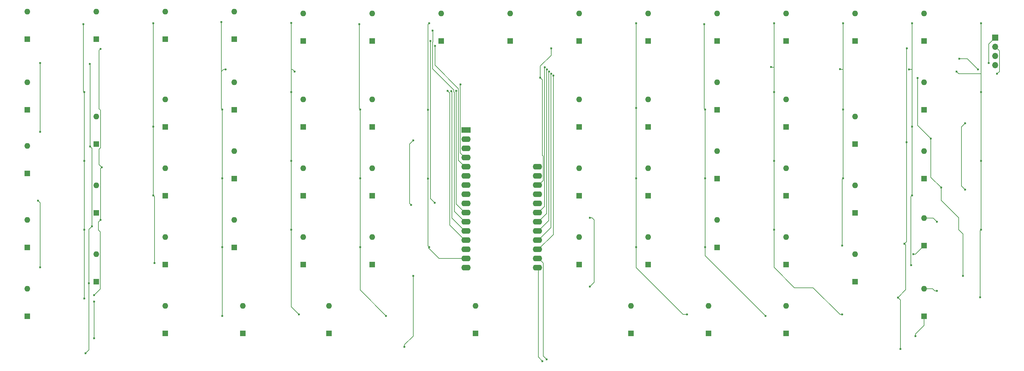
<source format=gbr>
%TF.GenerationSoftware,KiCad,Pcbnew,8.0.3*%
%TF.CreationDate,2024-11-08T10:21:23-08:00*%
%TF.ProjectId,return,72657475-726e-42e6-9b69-6361645f7063,rev?*%
%TF.SameCoordinates,Original*%
%TF.FileFunction,Copper,L1,Top*%
%TF.FilePolarity,Positive*%
%FSLAX46Y46*%
G04 Gerber Fmt 4.6, Leading zero omitted, Abs format (unit mm)*
G04 Created by KiCad (PCBNEW 8.0.3) date 2024-11-08 10:21:23*
%MOMM*%
%LPD*%
G01*
G04 APERTURE LIST*
G04 Aperture macros list*
%AMRoundRect*
0 Rectangle with rounded corners*
0 $1 Rounding radius*
0 $2 $3 $4 $5 $6 $7 $8 $9 X,Y pos of 4 corners*
0 Add a 4 corners polygon primitive as box body*
4,1,4,$2,$3,$4,$5,$6,$7,$8,$9,$2,$3,0*
0 Add four circle primitives for the rounded corners*
1,1,$1+$1,$2,$3*
1,1,$1+$1,$4,$5*
1,1,$1+$1,$6,$7*
1,1,$1+$1,$8,$9*
0 Add four rect primitives between the rounded corners*
20,1,$1+$1,$2,$3,$4,$5,0*
20,1,$1+$1,$4,$5,$6,$7,0*
20,1,$1+$1,$6,$7,$8,$9,0*
20,1,$1+$1,$8,$9,$2,$3,0*%
G04 Aperture macros list end*
%TA.AperFunction,ComponentPad*%
%ADD10R,1.700000X1.700000*%
%TD*%
%TA.AperFunction,ComponentPad*%
%ADD11O,1.700000X1.700000*%
%TD*%
%TA.AperFunction,ComponentPad*%
%ADD12RoundRect,0.250000X-1.050000X-0.550000X1.050000X-0.550000X1.050000X0.550000X-1.050000X0.550000X0*%
%TD*%
%TA.AperFunction,ComponentPad*%
%ADD13O,2.600000X1.600000*%
%TD*%
%TA.AperFunction,ComponentPad*%
%ADD14R,1.600000X1.600000*%
%TD*%
%TA.AperFunction,ComponentPad*%
%ADD15O,1.600000X1.600000*%
%TD*%
%TA.AperFunction,ViaPad*%
%ADD16C,0.600000*%
%TD*%
%TA.AperFunction,Conductor*%
%ADD17C,0.200000*%
%TD*%
G04 APERTURE END LIST*
D10*
%TO.P,J1,1,Pin_1*%
%TO.N,GND*%
X269682225Y-9644425D03*
D11*
%TO.P,J1,2,Pin_2*%
%TO.N,Net-(A1-SCL)*%
X269682225Y-12184425D03*
%TO.P,J1,3,Pin_3*%
%TO.N,Net-(A1-SDA)*%
X269682225Y-14724425D03*
%TO.P,J1,4,Pin_4*%
%TO.N,+5V*%
X269682225Y-17264425D03*
%TD*%
D12*
%TO.P,A1,1,~{RESET}*%
%TO.N,unconnected-(A1-~{RESET}-Pad1)*%
X123532275Y-35243400D03*
D13*
%TO.P,A1,2,3V3*%
%TO.N,unconnected-(A1-3V3-Pad2)*%
X123532275Y-37783400D03*
%TO.P,A1,3,AREF*%
%TO.N,unconnected-(A1-AREF-Pad3)*%
X123532275Y-40323400D03*
%TO.P,A1,4,GND*%
%TO.N,GND*%
X123532275Y-42863400D03*
%TO.P,A1,5,A0*%
%TO.N,ROW0*%
X123532275Y-45403400D03*
%TO.P,A1,6,A1*%
%TO.N,ROW1*%
X123532275Y-47943400D03*
%TO.P,A1,7,A2*%
%TO.N,ROW2*%
X123532275Y-50483400D03*
%TO.P,A1,8,A3*%
%TO.N,ROW3*%
X123532275Y-53023400D03*
%TO.P,A1,9,A4*%
%TO.N,ROW4*%
X123532275Y-55563400D03*
%TO.P,A1,10,A5*%
%TO.N,COL0*%
X123532275Y-58103400D03*
%TO.P,A1,11,SCK*%
%TO.N,COL1*%
X123532275Y-60643400D03*
%TO.P,A1,12,MOSI*%
%TO.N,COL2*%
X123532275Y-63183400D03*
%TO.P,A1,13,MISO*%
%TO.N,COL3*%
X123532275Y-65723400D03*
%TO.P,A1,14,RX*%
%TO.N,COL4*%
X123532275Y-68263400D03*
%TO.P,A1,15,TX*%
%TO.N,COL5*%
X123532275Y-70803400D03*
%TO.P,A1,16,SPARE*%
%TO.N,unconnected-(A1-SPARE-Pad16)*%
X123532275Y-73343400D03*
%TO.P,A1,17,SDA*%
%TO.N,Net-(A1-SDA)*%
X143252275Y-73343400D03*
%TO.P,A1,18,SCL*%
%TO.N,Net-(A1-SCL)*%
X143252275Y-70803400D03*
%TO.P,A1,19,D0*%
%TO.N,LED_DIN*%
X143252275Y-68263400D03*
%TO.P,A1,20,D1*%
%TO.N,COL11*%
X143252275Y-65723400D03*
%TO.P,A1,21,D2*%
%TO.N,COL10*%
X143252275Y-63183400D03*
%TO.P,A1,22,D3*%
%TO.N,COL9*%
X143252275Y-60643400D03*
%TO.P,A1,23,D4*%
%TO.N,COL8*%
X143252275Y-58103400D03*
%TO.P,A1,24,D5*%
%TO.N,COL7*%
X143252275Y-55563400D03*
%TO.P,A1,25,D6*%
%TO.N,COL6*%
X143252275Y-53023400D03*
%TO.P,A1,26,USB*%
%TO.N,+5V*%
X143252275Y-50483400D03*
%TO.P,A1,27,EN*%
%TO.N,unconnected-(A1-EN-Pad27)*%
X143252275Y-47943400D03*
%TO.P,A1,28,VBAT*%
%TO.N,unconnected-(A1-VBAT-Pad28)*%
X143252275Y-45403400D03*
%TD*%
D14*
%TO.P,D13,1,K*%
%TO.N,ROW0*%
X192881250Y-10597525D03*
D15*
%TO.P,D13,2,A*%
%TO.N,Net-(D13-A)*%
X192881250Y-2977525D03*
%TD*%
D14*
%TO.P,D2,1,K*%
%TO.N,ROW0*%
X21431250Y-10121275D03*
D15*
%TO.P,D2,2,A*%
%TO.N,Net-(D2-A)*%
X21431250Y-2501275D03*
%TD*%
D14*
%TO.P,D17,1,K*%
%TO.N,ROW1*%
X2381250Y-29647525D03*
D15*
%TO.P,D17,2,A*%
%TO.N,Net-(D17-A)*%
X2381250Y-22027525D03*
%TD*%
D14*
%TO.P,D42,1,K*%
%TO.N,ROW3*%
X154781250Y-72510025D03*
D15*
%TO.P,D42,2,A*%
%TO.N,Net-(D42-A)*%
X154781250Y-64890025D03*
%TD*%
D14*
%TO.P,D53,1,K*%
%TO.N,ROW2*%
X230981250Y-58222525D03*
D15*
%TO.P,D53,2,A*%
%TO.N,Net-(D53-A)*%
X230981250Y-50602525D03*
%TD*%
D14*
%TO.P,D23,1,K*%
%TO.N,ROW3*%
X250031250Y-67271275D03*
D15*
%TO.P,D23,2,A*%
%TO.N,Net-(D23-A)*%
X250031250Y-59651275D03*
%TD*%
D14*
%TO.P,D44,1,K*%
%TO.N,ROW2*%
X173831250Y-53460025D03*
D15*
%TO.P,D44,2,A*%
%TO.N,Net-(D44-A)*%
X173831250Y-45840025D03*
%TD*%
D14*
%TO.P,D26,1,K*%
%TO.N,ROW2*%
X21431250Y-58222525D03*
D15*
%TO.P,D26,2,A*%
%TO.N,Net-(D26-A)*%
X21431250Y-50602525D03*
%TD*%
D14*
%TO.P,D45,1,K*%
%TO.N,ROW3*%
X173831250Y-72510025D03*
D15*
%TO.P,D45,2,A*%
%TO.N,Net-(D45-A)*%
X173831250Y-64890025D03*
%TD*%
D14*
%TO.P,D34,1,K*%
%TO.N,ROW1*%
X78581250Y-34410025D03*
D15*
%TO.P,D34,2,A*%
%TO.N,Net-(D34-A)*%
X78581250Y-26790025D03*
%TD*%
D14*
%TO.P,D24,1,K*%
%TO.N,ROW4*%
X250031250Y-86797525D03*
D15*
%TO.P,D24,2,A*%
%TO.N,Net-(D24-A)*%
X250031250Y-79177525D03*
%TD*%
D14*
%TO.P,D28,1,K*%
%TO.N,ROW1*%
X40481250Y-34410025D03*
D15*
%TO.P,D28,2,A*%
%TO.N,Net-(D28-A)*%
X40481250Y-26790025D03*
%TD*%
D14*
%TO.P,D39,1,K*%
%TO.N,ROW3*%
X97631250Y-72510025D03*
D15*
%TO.P,D39,2,A*%
%TO.N,Net-(D39-A)*%
X97631250Y-64890025D03*
%TD*%
D14*
%TO.P,D41,1,K*%
%TO.N,ROW2*%
X154781250Y-53460025D03*
D15*
%TO.P,D41,2,A*%
%TO.N,Net-(D41-A)*%
X154781250Y-45840025D03*
%TD*%
D14*
%TO.P,D56,1,K*%
%TO.N,ROW4*%
X61912500Y-91560025D03*
D15*
%TO.P,D56,2,A*%
%TO.N,Net-(D56-A)*%
X61912500Y-83940025D03*
%TD*%
D14*
%TO.P,D7,1,K*%
%TO.N,ROW0*%
X78581250Y-10597525D03*
D15*
%TO.P,D7,2,A*%
%TO.N,Net-(D7-A)*%
X78581250Y-2977525D03*
%TD*%
D14*
%TO.P,D6,1,K*%
%TO.N,ROW0*%
X59531250Y-10121275D03*
D15*
%TO.P,D6,2,A*%
%TO.N,Net-(D6-A)*%
X59531250Y-2501275D03*
%TD*%
D14*
%TO.P,D37,1,K*%
%TO.N,ROW1*%
X97631250Y-34410025D03*
D15*
%TO.P,D37,2,A*%
%TO.N,Net-(D37-A)*%
X97631250Y-26790025D03*
%TD*%
D14*
%TO.P,D14,1,K*%
%TO.N,ROW0*%
X211931250Y-10597525D03*
D15*
%TO.P,D14,2,A*%
%TO.N,Net-(D14-A)*%
X211931250Y-2977525D03*
%TD*%
D14*
%TO.P,D38,1,K*%
%TO.N,ROW2*%
X97631250Y-53460025D03*
D15*
%TO.P,D38,2,A*%
%TO.N,Net-(D38-A)*%
X97631250Y-45840025D03*
%TD*%
D14*
%TO.P,D25,1,K*%
%TO.N,ROW1*%
X21431250Y-39172525D03*
D15*
%TO.P,D25,2,A*%
%TO.N,Net-(D25-A)*%
X21431250Y-31552525D03*
%TD*%
D14*
%TO.P,D59,1,K*%
%TO.N,ROW4*%
X169072450Y-91560025D03*
D15*
%TO.P,D59,2,A*%
%TO.N,Net-(D59-A)*%
X169072450Y-83940025D03*
%TD*%
D14*
%TO.P,D57,1,K*%
%TO.N,ROW4*%
X85725000Y-91560025D03*
D15*
%TO.P,D57,2,A*%
%TO.N,Net-(D57-A)*%
X85725000Y-83940025D03*
%TD*%
D14*
%TO.P,D5,1,K*%
%TO.N,ROW0*%
X40481250Y-10121275D03*
D15*
%TO.P,D5,2,A*%
%TO.N,Net-(D5-A)*%
X40481250Y-2501275D03*
%TD*%
D14*
%TO.P,D49,1,K*%
%TO.N,ROW1*%
X211931250Y-34410025D03*
D15*
%TO.P,D49,2,A*%
%TO.N,Net-(D49-A)*%
X211931250Y-26790025D03*
%TD*%
D14*
%TO.P,D54,1,K*%
%TO.N,ROW3*%
X230981250Y-77272525D03*
D15*
%TO.P,D54,2,A*%
%TO.N,Net-(D54-A)*%
X230981250Y-69652525D03*
%TD*%
D14*
%TO.P,D61,1,K*%
%TO.N,ROW4*%
X211931250Y-91560025D03*
D15*
%TO.P,D61,2,A*%
%TO.N,Net-(D61-A)*%
X211931250Y-83940025D03*
%TD*%
D14*
%TO.P,D40,1,K*%
%TO.N,ROW1*%
X154781250Y-34410025D03*
D15*
%TO.P,D40,2,A*%
%TO.N,Net-(D40-A)*%
X154781250Y-26790025D03*
%TD*%
D14*
%TO.P,D20,1,K*%
%TO.N,ROW4*%
X2381250Y-86797525D03*
D15*
%TO.P,D20,2,A*%
%TO.N,Net-(D20-A)*%
X2381250Y-79177525D03*
%TD*%
D14*
%TO.P,D11,1,K*%
%TO.N,ROW0*%
X154781250Y-10597525D03*
D15*
%TO.P,D11,2,A*%
%TO.N,Net-(D11-A)*%
X154781250Y-2977525D03*
%TD*%
D14*
%TO.P,D1,1,K*%
%TO.N,ROW0*%
X2380900Y-10121275D03*
D15*
%TO.P,D1,2,A*%
%TO.N,Net-(D1-A)*%
X2380900Y-2501275D03*
%TD*%
D14*
%TO.P,D19,1,K*%
%TO.N,ROW3*%
X2381250Y-67747525D03*
D15*
%TO.P,D19,2,A*%
%TO.N,Net-(D19-A)*%
X2381250Y-60127525D03*
%TD*%
D14*
%TO.P,D50,1,K*%
%TO.N,ROW2*%
X211931250Y-53460025D03*
D15*
%TO.P,D50,2,A*%
%TO.N,Net-(D50-A)*%
X211931250Y-45840025D03*
%TD*%
D14*
%TO.P,D9,1,K*%
%TO.N,ROW4*%
X116681250Y-10597525D03*
D15*
%TO.P,D9,2,A*%
%TO.N,Net-(D9-A)*%
X116681250Y-2977525D03*
%TD*%
D14*
%TO.P,D8,1,K*%
%TO.N,ROW0*%
X97631250Y-10597525D03*
D15*
%TO.P,D8,2,A*%
%TO.N,Net-(D8-A)*%
X97631250Y-2977525D03*
%TD*%
D14*
%TO.P,D27,1,K*%
%TO.N,ROW3*%
X21431250Y-77272525D03*
D15*
%TO.P,D27,2,A*%
%TO.N,Net-(D27-A)*%
X21431250Y-69652525D03*
%TD*%
D14*
%TO.P,D33,1,K*%
%TO.N,ROW3*%
X59531250Y-67747525D03*
D15*
%TO.P,D33,2,A*%
%TO.N,Net-(D33-A)*%
X59531250Y-60127525D03*
%TD*%
D14*
%TO.P,D30,1,K*%
%TO.N,ROW3*%
X40481250Y-72510025D03*
D15*
%TO.P,D30,2,A*%
%TO.N,Net-(D30-A)*%
X40481250Y-64890025D03*
%TD*%
D14*
%TO.P,D15,1,K*%
%TO.N,ROW0*%
X230981250Y-10597525D03*
D15*
%TO.P,D15,2,A*%
%TO.N,Net-(D15-A)*%
X230981250Y-2977525D03*
%TD*%
D14*
%TO.P,D52,1,K*%
%TO.N,ROW1*%
X230981250Y-39172525D03*
D15*
%TO.P,D52,2,A*%
%TO.N,Net-(D52-A)*%
X230981250Y-31552525D03*
%TD*%
D14*
%TO.P,D16,1,K*%
%TO.N,ROW0*%
X250031250Y-10597525D03*
D15*
%TO.P,D16,2,A*%
%TO.N,Net-(D16-A)*%
X250031250Y-2977525D03*
%TD*%
D14*
%TO.P,D31,1,K*%
%TO.N,ROW1*%
X59531250Y-29647525D03*
D15*
%TO.P,D31,2,A*%
%TO.N,Net-(D31-A)*%
X59531250Y-22027525D03*
%TD*%
D14*
%TO.P,D43,1,K*%
%TO.N,ROW1*%
X173831250Y-34410025D03*
D15*
%TO.P,D43,2,A*%
%TO.N,Net-(D43-A)*%
X173831250Y-26790025D03*
%TD*%
D14*
%TO.P,D36,1,K*%
%TO.N,ROW3*%
X78581250Y-72510025D03*
D15*
%TO.P,D36,2,A*%
%TO.N,Net-(D36-A)*%
X78581250Y-64890025D03*
%TD*%
D14*
%TO.P,D32,1,K*%
%TO.N,ROW2*%
X59531250Y-48697525D03*
D15*
%TO.P,D32,2,A*%
%TO.N,Net-(D32-A)*%
X59531250Y-41077525D03*
%TD*%
D14*
%TO.P,D35,1,K*%
%TO.N,ROW2*%
X78581250Y-53460025D03*
D15*
%TO.P,D35,2,A*%
%TO.N,Net-(D35-A)*%
X78581250Y-45840025D03*
%TD*%
D14*
%TO.P,D18,1,K*%
%TO.N,ROW2*%
X2381250Y-47268775D03*
D15*
%TO.P,D18,2,A*%
%TO.N,Net-(D18-A)*%
X2381250Y-39648775D03*
%TD*%
D14*
%TO.P,D47,1,K*%
%TO.N,ROW2*%
X192881250Y-48697525D03*
D15*
%TO.P,D47,2,A*%
%TO.N,Net-(D47-A)*%
X192881250Y-41077525D03*
%TD*%
D14*
%TO.P,D21,1,K*%
%TO.N,ROW1*%
X250031250Y-29647525D03*
D15*
%TO.P,D21,2,A*%
%TO.N,Net-(D21-A)*%
X250031250Y-22027525D03*
%TD*%
D14*
%TO.P,D10,1,K*%
%TO.N,ROW4*%
X135731250Y-10597525D03*
D15*
%TO.P,D10,2,A*%
%TO.N,Net-(D10-A)*%
X135731250Y-2977525D03*
%TD*%
D14*
%TO.P,D12,1,K*%
%TO.N,ROW0*%
X173831250Y-10597525D03*
D15*
%TO.P,D12,2,A*%
%TO.N,Net-(D12-A)*%
X173831250Y-2977525D03*
%TD*%
D14*
%TO.P,D29,1,K*%
%TO.N,ROW2*%
X40481250Y-53460025D03*
D15*
%TO.P,D29,2,A*%
%TO.N,Net-(D29-A)*%
X40481250Y-45840025D03*
%TD*%
D14*
%TO.P,D48,1,K*%
%TO.N,ROW3*%
X192881250Y-67747525D03*
D15*
%TO.P,D48,2,A*%
%TO.N,Net-(D48-A)*%
X192881250Y-60127525D03*
%TD*%
D14*
%TO.P,D55,1,K*%
%TO.N,ROW4*%
X40481250Y-91560025D03*
D15*
%TO.P,D55,2,A*%
%TO.N,Net-(D55-A)*%
X40481250Y-83940025D03*
%TD*%
D14*
%TO.P,D60,1,K*%
%TO.N,ROW4*%
X190503950Y-91561725D03*
D15*
%TO.P,D60,2,A*%
%TO.N,Net-(D60-A)*%
X190503950Y-83941725D03*
%TD*%
D14*
%TO.P,D46,1,K*%
%TO.N,ROW1*%
X192881250Y-29647525D03*
D15*
%TO.P,D46,2,A*%
%TO.N,Net-(D46-A)*%
X192881250Y-22027525D03*
%TD*%
D14*
%TO.P,D51,1,K*%
%TO.N,ROW3*%
X211931250Y-72510025D03*
D15*
%TO.P,D51,2,A*%
%TO.N,Net-(D51-A)*%
X211931250Y-64890025D03*
%TD*%
D14*
%TO.P,D58,1,K*%
%TO.N,ROW4*%
X126206250Y-91560025D03*
D15*
%TO.P,D58,2,A*%
%TO.N,Net-(D58-A)*%
X126206250Y-83940025D03*
%TD*%
D14*
%TO.P,D22,1,K*%
%TO.N,ROW2*%
X250031250Y-48697525D03*
D15*
%TO.P,D22,2,A*%
%TO.N,Net-(D22-A)*%
X250031250Y-41077525D03*
%TD*%
D16*
%TO.N,ROW0*%
X114952400Y-11961175D03*
%TO.N,ROW4*%
X114897725Y-55365225D03*
X247655200Y-92275375D03*
X113707075Y-10597525D03*
%TO.N,ROW3*%
X247059875Y-69653025D03*
%TO.N,Net-(D23-A)*%
X253600000Y-60675000D03*
%TO.N,Net-(D24-A)*%
X253608450Y-79773550D03*
%TO.N,GND*%
X264919625Y-18455075D03*
X122041625Y-22622350D03*
X251935070Y-37618070D03*
X259730400Y-15478450D03*
X19645725Y-16983125D03*
X18455075Y-97037975D03*
X248250525Y-20836375D03*
X19417268Y-77620707D03*
X19714930Y-39817570D03*
X260752350Y-75606275D03*
X267896250Y-16669100D03*
X20248063Y-61906787D03*
X254742748Y-51174296D03*
%TO.N,+5V*%
X244607925Y-66747050D03*
X20836375Y-80964200D03*
X22950400Y-45558725D03*
X245245211Y-38667436D03*
X245273900Y-12628450D03*
X20836375Y-82750175D03*
X22622350Y-12783125D03*
X22622350Y-60127825D03*
X147045275Y-12628450D03*
X20836375Y-92870700D03*
X242805512Y-81646613D03*
X144068650Y-20781700D03*
X243487925Y-95847325D03*
%TO.N,LED_DIN*%
X147640600Y-20186375D03*
%TO.N,/row1DOut*%
X5953250Y-35719500D03*
X5953250Y-16669100D03*
%TO.N,Net-(LED20-DOUT)*%
X108349150Y-55960550D03*
X108944475Y-38100800D03*
%TO.N,/row2DOut*%
X5357925Y-54769900D03*
X5953250Y-73224975D03*
%TO.N,Net-(LED34-DOUT)*%
X106563175Y-95252000D03*
X108944475Y-75606275D03*
%TO.N,Net-(LED53-DOUT)*%
X157761125Y-59532500D03*
X157761125Y-78582900D03*
%TO.N,Net-(LED60-DOUT)*%
X261347675Y-51793275D03*
X261347675Y-33338200D03*
%TO.N,COL0*%
X18100000Y-62875000D03*
X18100000Y-81925000D03*
X18100000Y-24775000D03*
X18100000Y-43825000D03*
X17859750Y-5953250D03*
X120796300Y-24408325D03*
%TO.N,COL1*%
X37150000Y-34300000D03*
X37150000Y-53350000D03*
X37150000Y-5725000D03*
X114302400Y-7739225D03*
X37505475Y-72034325D03*
%TO.N,COL2*%
X56200000Y-86687500D03*
X56200000Y-48587500D03*
X119496300Y-24454086D03*
X55960550Y-5357925D03*
X56200000Y-29537500D03*
X57151200Y-18455075D03*
X56200000Y-67637500D03*
%TO.N,COL3*%
X75250000Y-5596975D03*
X75250000Y-62875000D03*
X77392250Y-86322125D03*
X75250000Y-24775000D03*
X118469675Y-24408325D03*
X75250000Y-43825000D03*
X76201600Y-19050400D03*
%TO.N,COL4*%
X94061350Y-5953250D03*
X94300000Y-67637500D03*
X101443750Y-86687500D03*
X94300000Y-29537500D03*
X94300000Y-48587500D03*
%TO.N,COL5*%
X113057075Y-29636579D03*
X113057075Y-48686727D03*
X113350000Y-5725000D03*
X113350000Y-67637500D03*
%TO.N,COL10*%
X246700000Y-5725000D03*
X246700000Y-53350000D03*
X246700000Y-34300000D03*
X246464550Y-72629650D03*
X245869225Y-18455075D03*
X146449950Y-19050400D03*
%TO.N,COL6*%
X170500000Y-67637500D03*
X170500000Y-29170925D03*
X170500000Y-5725000D03*
X184550750Y-86322125D03*
X170500000Y-48587500D03*
%TO.N,COL7*%
X189550000Y-67637500D03*
X189550000Y-29537500D03*
X189313350Y-5953250D03*
X189550000Y-48587500D03*
X206222700Y-86689200D03*
%TO.N,COL8*%
X145259300Y-17859750D03*
X208600000Y-24775000D03*
X207768425Y-17805075D03*
X208600000Y-62875000D03*
X208600000Y-43825000D03*
X227414150Y-86322125D03*
X208600000Y-5725000D03*
%TO.N,COL9*%
X145854625Y-18455075D03*
X227650000Y-29537500D03*
X226818825Y-18400400D03*
X227414150Y-67271725D03*
X227650000Y-5725000D03*
X227650000Y-48587500D03*
%TO.N,COL11*%
X265750000Y-5725000D03*
X265514950Y-81559525D03*
X265750000Y-43825000D03*
X258966375Y-19050400D03*
X147045275Y-19645725D03*
X265750000Y-24775000D03*
X265750000Y-62875000D03*
%TO.N,Net-(A1-SCL)*%
X270218196Y-19645725D03*
X145793175Y-98762500D03*
%TO.N,Net-(A1-SDA)*%
X144663975Y-99212500D03*
%TD*%
D17*
%TO.N,ROW0*%
X121446300Y-43617425D02*
X121446300Y-23813000D01*
X123232275Y-45403400D02*
X121446300Y-43617425D01*
X114952400Y-17319100D02*
X114952400Y-11961175D01*
X121446300Y-23813000D02*
X114952400Y-17319100D01*
%TO.N,ROW4*%
X113707075Y-54174575D02*
X114897725Y-55365225D01*
X247655200Y-91680050D02*
X250031250Y-89304000D01*
X247655200Y-92275375D02*
X247655200Y-91680050D01*
X113707075Y-10597525D02*
X113707075Y-54174575D01*
X250031250Y-89304000D02*
X250031250Y-86797525D01*
%TO.N,ROW3*%
X247059875Y-69653025D02*
X247649500Y-69653025D01*
X247649500Y-69653025D02*
X250031250Y-67271275D01*
%TO.N,Net-(D23-A)*%
X250031250Y-59651275D02*
X252576275Y-59651275D01*
X252576275Y-59651275D02*
X253600000Y-60675000D01*
%TO.N,Net-(D24-A)*%
X252417100Y-79177525D02*
X250031250Y-79177525D01*
X253013125Y-79773550D02*
X252417100Y-79177525D01*
X253608450Y-79773550D02*
X253013125Y-79773550D01*
%TO.N,GND*%
X259561700Y-62877995D02*
X259561700Y-59532500D01*
X254742748Y-51174296D02*
X251935070Y-48366618D01*
X259561700Y-59532500D02*
X254742748Y-54713548D01*
X19714930Y-39817570D02*
X19714930Y-17052330D01*
X19714930Y-17052330D02*
X19645725Y-16983125D01*
X20248063Y-61906787D02*
X20248063Y-40350703D01*
X267896250Y-11430400D02*
X269682225Y-9644425D01*
X19417268Y-77620707D02*
X19417268Y-62737582D01*
X121932275Y-22731700D02*
X122041625Y-22622350D01*
X260752350Y-64068645D02*
X259561700Y-62877995D01*
X254742748Y-54713548D02*
X254742748Y-51174296D01*
X123232275Y-42863400D02*
X121932275Y-41563400D01*
X19417268Y-96075782D02*
X19417268Y-77620707D01*
X267896250Y-16669100D02*
X267896250Y-11430400D01*
X261943000Y-15478450D02*
X259730400Y-15478450D01*
X248250525Y-33933525D02*
X248250525Y-20836375D01*
X19417268Y-62737582D02*
X20248063Y-61906787D01*
X251935070Y-48366618D02*
X251935070Y-37618070D01*
X264919625Y-18455075D02*
X261943000Y-15478450D01*
X260752350Y-75606275D02*
X260752350Y-64068645D01*
X20248063Y-40350703D02*
X19714930Y-39817570D01*
X121932275Y-41563400D02*
X121932275Y-22731700D01*
X251935070Y-37618070D02*
X248250525Y-33933525D01*
X18455075Y-97037975D02*
X19417268Y-96075782D01*
%TO.N,+5V*%
X22622350Y-60127825D02*
X22622350Y-45886775D01*
X242805512Y-81646613D02*
X244975000Y-79477125D01*
X144852275Y-49183400D02*
X144852275Y-42456375D01*
X22027025Y-60723150D02*
X22622350Y-60127825D01*
X243487925Y-82329026D02*
X242805512Y-81646613D01*
X144663975Y-42268075D02*
X144663975Y-21377025D01*
X22027025Y-62911213D02*
X22027025Y-60723150D01*
X22225000Y-40578775D02*
X22622350Y-40181425D01*
X22531250Y-79269325D02*
X22531250Y-63415438D01*
X143552275Y-50483400D02*
X144852275Y-49183400D01*
X243487925Y-95847325D02*
X243487925Y-82329026D01*
X144852275Y-42456375D02*
X144663975Y-42268075D01*
X147045275Y-14609703D02*
X147045275Y-12628450D01*
X144068650Y-17586328D02*
X147045275Y-14609703D01*
X22950400Y-45558725D02*
X22225000Y-44833325D01*
X22531250Y-63415438D02*
X22027025Y-62911213D01*
X245245211Y-12657139D02*
X245273900Y-12628450D01*
X22225000Y-13180475D02*
X22622350Y-12783125D01*
X245245211Y-66109764D02*
X245245211Y-38667436D01*
X20836375Y-92870700D02*
X20836375Y-82750175D01*
X245245211Y-38667436D02*
X245245211Y-12657139D01*
X244607925Y-66747050D02*
X245245211Y-66109764D01*
X144663975Y-21377025D02*
X144068650Y-20781700D01*
X22622350Y-29766250D02*
X22225000Y-29368900D01*
X22225000Y-44833325D02*
X22225000Y-40578775D01*
X144068650Y-20781700D02*
X144068650Y-17586328D01*
X244975000Y-79477125D02*
X244975000Y-67114125D01*
X22622350Y-45886775D02*
X22950400Y-45558725D01*
X20836375Y-80964200D02*
X22531250Y-79269325D01*
X244975000Y-67114125D02*
X244607925Y-66747050D01*
X22225000Y-29368900D02*
X22225000Y-13180475D01*
X22622350Y-40181425D02*
X22622350Y-29766250D01*
%TO.N,LED_DIN*%
X147640600Y-64175075D02*
X147640600Y-20186375D01*
X143552275Y-68263400D02*
X147640600Y-64175075D01*
%TO.N,/row1DOut*%
X5953250Y-35719500D02*
X5953250Y-16669100D01*
%TO.N,Net-(LED20-DOUT)*%
X108349150Y-55960550D02*
X107925000Y-55536400D01*
X107925000Y-55536400D02*
X107925000Y-39120275D01*
X107925000Y-39120275D02*
X108944475Y-38100800D01*
%TO.N,/row2DOut*%
X5953250Y-73224975D02*
X5953250Y-55365225D01*
X5953250Y-55365225D02*
X5357925Y-54769900D01*
%TO.N,Net-(LED34-DOUT)*%
X108944475Y-92275375D02*
X108944475Y-75606275D01*
X106563175Y-95252000D02*
X106563175Y-94656675D01*
X106563175Y-94656675D02*
X108944475Y-92275375D01*
%TO.N,Net-(LED53-DOUT)*%
X158356450Y-59532500D02*
X157761125Y-59532500D01*
X158951775Y-77392250D02*
X158951775Y-60127825D01*
X158951775Y-60127825D02*
X158356450Y-59532500D01*
X157761125Y-78582900D02*
X158951775Y-77392250D01*
%TO.N,Net-(LED60-DOUT)*%
X261347675Y-51793275D02*
X260325000Y-50770600D01*
X260325000Y-50770600D02*
X260325000Y-34360875D01*
X260325000Y-34360875D02*
X261347675Y-33338200D01*
%TO.N,COL0*%
X123232275Y-58103400D02*
X120850975Y-55722100D01*
X18100000Y-62875000D02*
X18100000Y-81925000D01*
X18100000Y-43825000D02*
X18100000Y-62875000D01*
X18100000Y-24775000D02*
X18100000Y-43825000D01*
X17859750Y-24534750D02*
X18100000Y-24775000D01*
X120850975Y-24463000D02*
X120796300Y-24408325D01*
X17859750Y-5953250D02*
X17859750Y-24534750D01*
X120850975Y-55722100D02*
X120850975Y-24463000D01*
%TO.N,COL1*%
X37505475Y-72034325D02*
X37505475Y-53705475D01*
X37150000Y-34300000D02*
X37150000Y-5725000D01*
X37150000Y-53350000D02*
X37150000Y-34300000D01*
X120310325Y-24841589D02*
X120310325Y-57721450D01*
X120310325Y-57721450D02*
X123232275Y-60643400D01*
X114302400Y-7739225D02*
X114357075Y-7793900D01*
X114357075Y-10866764D02*
X114302400Y-10921439D01*
X114302400Y-10921439D02*
X114302400Y-18295186D01*
X114302400Y-18295186D02*
X120146300Y-24139086D01*
X114357075Y-7793900D02*
X114357075Y-10866764D01*
X120146300Y-24677564D02*
X120310325Y-24841589D01*
X37505475Y-53705475D02*
X37150000Y-53350000D01*
X120146300Y-24139086D02*
X120146300Y-24677564D01*
%TO.N,COL2*%
X56200000Y-67637500D02*
X56200000Y-86687500D01*
X55960550Y-19050400D02*
X56555875Y-18455075D01*
X55960550Y-29298050D02*
X56200000Y-29537500D01*
X123232275Y-63183400D02*
X119660325Y-59611450D01*
X56200000Y-29537500D02*
X56200000Y-48587500D01*
X55960550Y-5357925D02*
X55960550Y-19050400D01*
X56200000Y-48587500D02*
X56200000Y-67637500D01*
X55960550Y-19050400D02*
X55960550Y-29298050D01*
X119660325Y-24618111D02*
X119496300Y-24454086D01*
X119660325Y-59611450D02*
X119660325Y-24618111D01*
X56555875Y-18455075D02*
X57151200Y-18455075D01*
%TO.N,COL3*%
X119065000Y-25003650D02*
X118469675Y-24408325D01*
X77392250Y-86322125D02*
X75250000Y-84179875D01*
X75250000Y-84179875D02*
X75250000Y-62875000D01*
X75250000Y-24775000D02*
X75250000Y-18455075D01*
X75250000Y-62875000D02*
X75250000Y-43825000D01*
X123232275Y-65723400D02*
X119065000Y-61556125D01*
X119065000Y-61556125D02*
X119065000Y-25003650D01*
X75250000Y-18455075D02*
X75250000Y-5596975D01*
X75250000Y-43825000D02*
X75250000Y-24775000D01*
X75250000Y-18455075D02*
X75606275Y-18455075D01*
X75606275Y-18455075D02*
X76201600Y-19050400D01*
%TO.N,COL4*%
X94300000Y-29537500D02*
X94300000Y-48587500D01*
X94300000Y-79543750D02*
X101443750Y-86687500D01*
X94300000Y-67637500D02*
X94300000Y-79543750D01*
X94061350Y-5953250D02*
X94061350Y-29298850D01*
X94061350Y-29298850D02*
X94300000Y-29537500D01*
X94300000Y-48587500D02*
X94300000Y-67637500D01*
%TO.N,COL5*%
X113341300Y-67637500D02*
X113350000Y-67637500D01*
X113057075Y-67344575D02*
X113057075Y-48686727D01*
X113111750Y-67867050D02*
X113341300Y-67637500D01*
X113350000Y-5725000D02*
X113057075Y-6017925D01*
X113350000Y-67637500D02*
X113057075Y-67344575D01*
X113057075Y-6017925D02*
X113057075Y-29636579D01*
X116048100Y-70803400D02*
X113111750Y-67867050D01*
X113057075Y-29636579D02*
X113057075Y-48686727D01*
X123232275Y-70803400D02*
X116048100Y-70803400D01*
%TO.N,COL10*%
X246700000Y-18455075D02*
X246700000Y-5725000D01*
X246700000Y-34300000D02*
X246700000Y-18455075D01*
X246409875Y-53640125D02*
X246700000Y-53350000D01*
X146449950Y-19050400D02*
X146395275Y-19105075D01*
X146395275Y-60340400D02*
X143552275Y-63183400D01*
X246464550Y-72629650D02*
X246409875Y-72574975D01*
X246409875Y-72574975D02*
X246409875Y-53640125D01*
X246700000Y-53350000D02*
X246700000Y-34300000D01*
X246700000Y-18455075D02*
X245869225Y-18455075D01*
X146395275Y-19105075D02*
X146395275Y-60340400D01*
%TO.N,COL6*%
X184550750Y-86322125D02*
X183467120Y-86322125D01*
X170500000Y-29170925D02*
X170500000Y-5725000D01*
X183467120Y-86322125D02*
X170500000Y-73355005D01*
X170500000Y-73355005D02*
X170500000Y-67637500D01*
X170500000Y-67637500D02*
X170500000Y-48587500D01*
X170500000Y-48587500D02*
X170500000Y-29170925D01*
%TO.N,COL7*%
X189550000Y-70016500D02*
X206222700Y-86689200D01*
X189550000Y-67637500D02*
X189550000Y-70016500D01*
X189313350Y-29300850D02*
X189550000Y-29537500D01*
X189550000Y-48587500D02*
X189550000Y-67637500D01*
X189313350Y-5953250D02*
X189313350Y-29300850D01*
X189550000Y-29537500D02*
X189550000Y-48587500D01*
%TO.N,COL8*%
X227414150Y-86322125D02*
X226818825Y-86322125D01*
X208600000Y-17859750D02*
X207823100Y-17859750D01*
X207823100Y-17859750D02*
X207768425Y-17805075D01*
X219393625Y-78896925D02*
X214225237Y-78896925D01*
X143552275Y-58103400D02*
X145252275Y-56403400D01*
X208600000Y-62875000D02*
X208600000Y-43825000D01*
X145252275Y-17866775D02*
X145259300Y-17859750D01*
X208600000Y-24775000D02*
X208600000Y-17859750D01*
X208600000Y-73271688D02*
X208600000Y-62875000D01*
X208600000Y-17859750D02*
X208600000Y-5725000D01*
X208600000Y-43825000D02*
X208600000Y-24775000D01*
X226818825Y-86322125D02*
X219393625Y-78896925D01*
X145252275Y-56403400D02*
X145252275Y-17866775D01*
X214225237Y-78896925D02*
X208600000Y-73271688D01*
%TO.N,COL9*%
X145799950Y-58395725D02*
X143552275Y-60643400D01*
X145799950Y-18509750D02*
X145799950Y-58395725D01*
X227650000Y-29537500D02*
X227650000Y-18455075D01*
X227650000Y-48587500D02*
X227650000Y-29537500D01*
X227650000Y-18455075D02*
X227650000Y-5725000D01*
X227414150Y-67271725D02*
X227414150Y-48823350D01*
X227650000Y-18455075D02*
X226873500Y-18455075D01*
X145854625Y-18455075D02*
X145799950Y-18509750D01*
X226873500Y-18455075D02*
X226818825Y-18400400D01*
X227414150Y-48823350D02*
X227650000Y-48587500D01*
%TO.N,COL11*%
X265750000Y-19645725D02*
X265750000Y-5725000D01*
X265750000Y-24775000D02*
X265750000Y-19645725D01*
X265514950Y-81559525D02*
X265514950Y-63110050D01*
X146990600Y-62285075D02*
X146990600Y-19700400D01*
X143552275Y-65723400D02*
X146990600Y-62285075D01*
X265750000Y-43825000D02*
X265750000Y-24775000D01*
X146990600Y-19700400D02*
X147045275Y-19645725D01*
X265514950Y-63110050D02*
X265750000Y-62875000D01*
X259561700Y-19645725D02*
X258966375Y-19050400D01*
X265750000Y-19645725D02*
X259561700Y-19645725D01*
X265750000Y-62875000D02*
X265750000Y-43825000D01*
%TO.N,Net-(A1-SCL)*%
X145793175Y-98762500D02*
X144852275Y-97821600D01*
X270832225Y-19031696D02*
X270218196Y-19645725D01*
X269682225Y-12184425D02*
X270832225Y-13334425D01*
X144852275Y-97821600D02*
X144852275Y-72103400D01*
X270832225Y-13334425D02*
X270832225Y-19031696D01*
X144852275Y-72103400D02*
X143552275Y-70803400D01*
%TO.N,Net-(A1-SDA)*%
X143552275Y-73343400D02*
X143552275Y-98100800D01*
X143552275Y-98100800D02*
X144663975Y-99212500D01*
%TD*%
M02*

</source>
